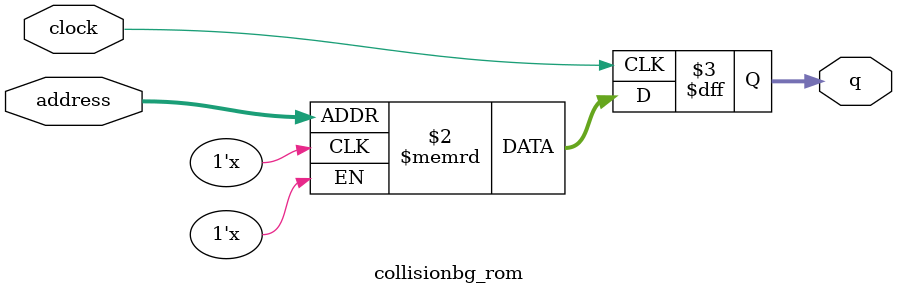
<source format=sv>
module collisionbg_rom (
	input logic clock,
	input logic [18:0] address,
	output logic [3:0] q
);

logic [3:0] memory [0:307199] /* synthesis ram_init_file = "./collisionbg/collisionbg.mif" */;

always_ff @ (posedge clock) begin
	q <= memory[address];
end

endmodule

</source>
